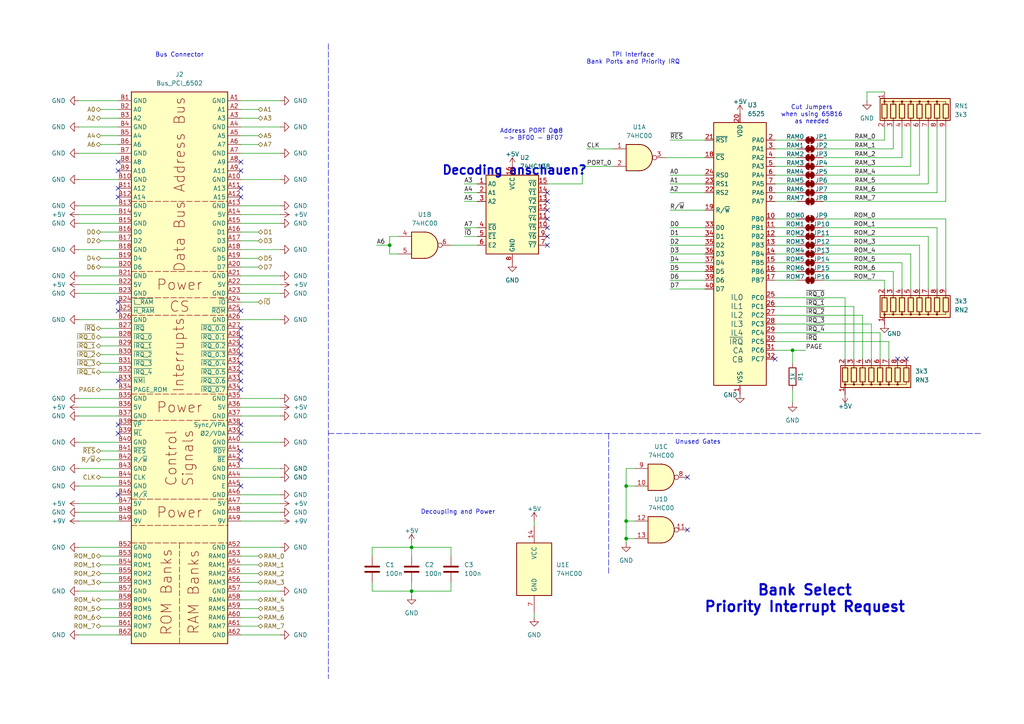
<source format=kicad_sch>
(kicad_sch (version 20231120) (generator "eeschema") (generator_version "8.0")
  (paper "A4")
  (title_block (title "S65xx Computer System") (date "2024-06-30") (rev "1.0") (company "Synthron"))
  (junction (at 119.38 171.45))
  (junction (at 181.61 140.97))
  (junction (at 113.03 71.12))
  (junction (at 181.61 151.13))
  (junction (at 229.87 101.6))
  (junction (at 119.38 158.75))
  (junction (at 181.61 156.21))
  (no_connect (at 34.29 54.61))
  (no_connect (at 34.29 87.63))
  (no_connect (at 224.79 104.14))
  (no_connect (at 34.29 57.15))
  (no_connect (at 34.29 90.17))
  (no_connect (at 158.75 60.96))
  (no_connect (at 69.85 102.87))
  (no_connect (at 69.85 90.17))
  (no_connect (at 69.85 123.19))
  (no_connect (at 69.85 125.73))
  (no_connect (at 69.85 130.81))
  (no_connect (at 69.85 97.79))
  (no_connect (at 69.85 46.99))
  (no_connect (at 34.29 110.49))
  (no_connect (at 34.29 143.51))
  (no_connect (at 158.75 66.04))
  (no_connect (at 158.75 55.88))
  (no_connect (at 69.85 113.03))
  (no_connect (at 199.39 138.43))
  (no_connect (at 69.85 54.61))
  (no_connect (at 69.85 107.95))
  (no_connect (at 69.85 100.33))
  (no_connect (at 34.29 49.53))
  (no_connect (at 260.35 104.14))
  (no_connect (at 69.85 105.41))
  (no_connect (at 158.75 58.42))
  (no_connect (at 69.85 110.49))
  (no_connect (at 69.85 140.97))
  (no_connect (at 69.85 133.35))
  (no_connect (at 158.75 71.12))
  (no_connect (at 34.29 46.99))
  (no_connect (at 262.89 104.14))
  (no_connect (at 34.29 125.73))
  (no_connect (at 34.29 123.19))
  (no_connect (at 69.85 49.53))
  (no_connect (at 69.85 57.15))
  (no_connect (at 158.75 63.5))
  (no_connect (at 199.39 153.67))
  (no_connect (at 158.75 68.58))
  (no_connect (at 69.85 95.25))
  (wire (pts (xy 181.61 151.13) (xy 184.15 151.13)))
  (wire (pts (xy 194.31 60.96) (xy 204.47 60.96)))
  (wire (pts (xy 81.28 118.11) (xy 69.85 118.11)))
  (wire (pts (xy 119.38 171.45) (xy 119.38 172.72)))
  (wire (pts (xy 81.28 29.21) (xy 69.85 29.21)))
  (wire (pts (xy 22.86 72.39) (xy 34.29 72.39)))
  (wire (pts (xy 264.16 83.82) (xy 264.16 73.66)))
  (wire (pts (xy 168.91 53.34) (xy 158.75 53.34)))
  (wire (pts (xy 29.21 133.35) (xy 34.29 133.35)))
  (wire (pts (xy 264.16 36.83) (xy 264.16 48.26)))
  (wire (pts (xy 224.79 93.98) (xy 252.73 93.98)))
  (wire (pts (xy 231.14 68.58) (xy 224.79 68.58)))
  (wire (pts (xy 29.21 179.07) (xy 34.29 179.07)))
  (wire (pts (xy 231.14 66.04) (xy 224.79 66.04)))
  (wire (pts (xy 269.24 83.82) (xy 269.24 68.58)))
  (wire (pts (xy 231.14 63.5) (xy 224.79 63.5)))
  (wire (pts (xy 231.14 55.88) (xy 224.79 55.88)))
  (wire (pts (xy 22.86 80.01) (xy 34.29 80.01)))
  (wire (pts (xy 231.14 73.66) (xy 224.79 73.66)))
  (wire (pts (xy 107.95 161.29) (xy 107.95 158.75)))
  (wire (pts (xy 168.91 53.34) (xy 168.91 48.26)))
  (wire (pts (xy 81.28 171.45) (xy 69.85 171.45)))
  (wire (pts (xy 29.21 69.85) (xy 34.29 69.85)))
  (wire (pts (xy 252.73 93.98) (xy 252.73 104.14)))
  (wire (pts (xy 238.76 48.26) (xy 264.16 48.26)))
  (wire (pts (xy 74.93 69.85) (xy 69.85 69.85)))
  (wire (pts (xy 113.03 68.58) (xy 115.57 68.58)))
  (wire (pts (xy 119.38 171.45) (xy 130.81 171.45)))
  (wire (pts (xy 181.61 156.21) (xy 184.15 156.21)))
  (wire (pts (xy 74.93 161.29) (xy 69.85 161.29)))
  (wire (pts (xy 257.81 99.06) (xy 257.81 104.14)))
  (wire (pts (xy 170.18 43.18) (xy 177.8 43.18)))
  (wire (pts (xy 22.86 62.23) (xy 34.29 62.23)))
  (wire (pts (xy 266.7 36.83) (xy 266.7 50.8)))
  (wire (pts (xy 29.21 176.53) (xy 34.29 176.53)))
  (wire (pts (xy 29.21 113.03) (xy 34.29 113.03)))
  (wire (pts (xy 261.62 36.83) (xy 261.62 45.72)))
  (wire (pts (xy 224.79 96.52) (xy 255.27 96.52)))
  (wire (pts (xy 181.61 140.97) (xy 184.15 140.97)))
  (wire (pts (xy 231.14 78.74) (xy 224.79 78.74)))
  (wire (pts (xy 74.93 74.93) (xy 69.85 74.93)))
  (wire (pts (xy 194.31 55.88) (xy 204.47 55.88)))
  (wire (pts (xy 29.21 161.29) (xy 34.29 161.29)))
  (wire (pts (xy 177.8 48.26) (xy 168.91 48.26)))
  (wire (pts (xy 29.21 130.81) (xy 34.29 130.81)))
  (wire (pts (xy 229.87 101.6) (xy 224.79 101.6)))
  (wire (pts (xy 238.76 81.28) (xy 256.54 81.28)))
  (wire (pts (xy 266.7 83.82) (xy 266.7 71.12)))
  (wire (pts (xy 238.76 63.5) (xy 274.32 63.5)))
  (wire (pts (xy 107.95 171.45) (xy 119.38 171.45)))
  (wire (pts (xy 22.86 171.45) (xy 34.29 171.45)))
  (wire (pts (xy 74.93 77.47) (xy 69.85 77.47)))
  (wire (pts (xy 81.28 143.51) (xy 69.85 143.51)))
  (wire (pts (xy 29.21 39.37) (xy 34.29 39.37)))
  (wire (pts (xy 107.95 168.91) (xy 107.95 171.45)))
  (wire (pts (xy 238.76 66.04) (xy 271.78 66.04)))
  (wire (pts (xy 130.81 158.75) (xy 119.38 158.75)))
  (wire (pts (xy 81.28 44.45) (xy 69.85 44.45)))
  (wire (pts (xy 29.21 138.43) (xy 34.29 138.43)))
  (wire (pts (xy 271.78 36.83) (xy 271.78 55.88)))
  (wire (pts (xy 194.31 71.12) (xy 204.47 71.12)))
  (wire (pts (xy 255.27 96.52) (xy 255.27 104.14)))
  (wire (pts (xy 29.21 173.99) (xy 34.29 173.99)))
  (wire (pts (xy 74.93 173.99) (xy 69.85 173.99)))
  (wire (pts (xy 194.31 78.74) (xy 204.47 78.74)))
  (wire (pts (xy 119.38 157.48) (xy 119.38 158.75)))
  (wire (pts (xy 229.87 113.03) (xy 229.87 116.84)))
  (wire (pts (xy 251.46 29.21) (xy 251.46 26.67)))
  (wire (pts (xy 231.14 58.42) (xy 224.79 58.42)))
  (wire (pts (xy 238.76 76.2) (xy 261.62 76.2)))
  (wire (pts (xy 81.28 115.57) (xy 69.85 115.57)))
  (wire (pts (xy 194.31 73.66) (xy 204.47 73.66)))
  (wire (pts (xy 29.21 102.87) (xy 34.29 102.87)))
  (wire (pts (xy 81.28 120.65) (xy 69.85 120.65)))
  (wire (pts (xy 81.28 184.15) (xy 69.85 184.15)))
  (wire (pts (xy 130.81 161.29) (xy 130.81 158.75)))
  (wire (pts (xy 181.61 156.21) (xy 181.61 151.13)))
  (wire (pts (xy 261.62 83.82) (xy 261.62 76.2)))
  (wire (pts (xy 154.94 151.13) (xy 154.94 152.4)))
  (wire (pts (xy 81.28 52.07) (xy 69.85 52.07)))
  (wire (pts (xy 81.28 36.83) (xy 69.85 36.83)))
  (wire (pts (xy 29.21 107.95) (xy 34.29 107.95)))
  (wire (pts (xy 22.86 82.55) (xy 34.29 82.55)))
  (wire (pts (xy 22.86 184.15) (xy 34.29 184.15)))
  (wire (pts (xy 107.95 158.75) (xy 119.38 158.75)))
  (wire (pts (xy 115.57 73.66) (xy 113.03 73.66)))
  (wire (pts (xy 194.31 50.8) (xy 204.47 50.8)))
  (wire (pts (xy 74.93 31.75) (xy 69.85 31.75)))
  (wire (pts (xy 22.86 44.45) (xy 34.29 44.45)))
  (wire (pts (xy 29.21 41.91) (xy 34.29 41.91)))
  (polyline (pts (xy 95.25 125.73) (xy 284.48 125.73)) (stroke (width 0) (type dash)))
  (wire (pts (xy 74.93 87.63) (xy 69.85 87.63)))
  (wire (pts (xy 22.86 85.09) (xy 34.29 85.09)))
  (wire (pts (xy 29.21 67.31) (xy 34.29 67.31)))
  (wire (pts (xy 181.61 135.89) (xy 184.15 135.89)))
  (polyline (pts (xy 95.25 12.7) (xy 95.25 196.85)) (stroke (width 0) (type dash)))
  (wire (pts (xy 81.28 158.75) (xy 69.85 158.75)))
  (wire (pts (xy 134.62 53.34) (xy 138.43 53.34)))
  (wire (pts (xy 238.76 71.12) (xy 266.7 71.12)))
  (wire (pts (xy 22.86 36.83) (xy 34.29 36.83)))
  (wire (pts (xy 231.14 40.64) (xy 224.79 40.64)))
  (wire (pts (xy 29.21 163.83) (xy 34.29 163.83)))
  (wire (pts (xy 194.31 66.04) (xy 204.47 66.04)))
  (wire (pts (xy 231.14 48.26) (xy 224.79 48.26)))
  (wire (pts (xy 81.28 135.89) (xy 69.85 135.89)))
  (wire (pts (xy 269.24 36.83) (xy 269.24 53.34)))
  (wire (pts (xy 245.11 86.36) (xy 245.11 104.14)))
  (wire (pts (xy 81.28 72.39) (xy 69.85 72.39)))
  (wire (pts (xy 113.03 71.12) (xy 113.03 68.58)))
  (wire (pts (xy 74.93 179.07) (xy 69.85 179.07)))
  (wire (pts (xy 81.28 146.05) (xy 69.85 146.05)))
  (wire (pts (xy 81.28 138.43) (xy 69.85 138.43)))
  (wire (pts (xy 29.21 74.93) (xy 34.29 74.93)))
  (wire (pts (xy 22.86 128.27) (xy 34.29 128.27)))
  (wire (pts (xy 134.62 58.42) (xy 138.43 58.42)))
  (wire (pts (xy 22.86 158.75) (xy 34.29 158.75)))
  (wire (pts (xy 119.38 158.75) (xy 119.38 161.29)))
  (wire (pts (xy 29.21 31.75) (xy 34.29 31.75)))
  (wire (pts (xy 81.28 82.55) (xy 69.85 82.55)))
  (wire (pts (xy 224.79 88.9) (xy 247.65 88.9)))
  (wire (pts (xy 247.65 88.9) (xy 247.65 104.14)))
  (wire (pts (xy 231.14 50.8) (xy 224.79 50.8)))
  (wire (pts (xy 74.93 166.37) (xy 69.85 166.37)))
  (wire (pts (xy 81.28 85.09) (xy 69.85 85.09)))
  (wire (pts (xy 22.86 151.13) (xy 34.29 151.13)))
  (wire (pts (xy 238.76 53.34) (xy 269.24 53.34)))
  (wire (pts (xy 194.31 83.82) (xy 204.47 83.82)))
  (wire (pts (xy 250.19 91.44) (xy 250.19 104.14)))
  (wire (pts (xy 238.76 55.88) (xy 271.78 55.88)))
  (wire (pts (xy 238.76 78.74) (xy 259.08 78.74)))
  (wire (pts (xy 74.93 67.31) (xy 69.85 67.31)))
  (wire (pts (xy 81.28 128.27) (xy 69.85 128.27)))
  (wire (pts (xy 81.28 148.59) (xy 69.85 148.59)))
  (wire (pts (xy 74.93 181.61) (xy 69.85 181.61)))
  (wire (pts (xy 231.14 71.12) (xy 224.79 71.12)))
  (wire (pts (xy 259.08 36.83) (xy 259.08 43.18)))
  (wire (pts (xy 231.14 45.72) (xy 224.79 45.72)))
  (wire (pts (xy 22.86 140.97) (xy 34.29 140.97)))
  (wire (pts (xy 194.31 53.34) (xy 204.47 53.34)))
  (wire (pts (xy 22.86 146.05) (xy 34.29 146.05)))
  (wire (pts (xy 22.86 59.69) (xy 34.29 59.69)))
  (wire (pts (xy 109.22 71.12) (xy 113.03 71.12)))
  (wire (pts (xy 238.76 43.18) (xy 259.08 43.18)))
  (wire (pts (xy 74.93 168.91) (xy 69.85 168.91)))
  (wire (pts (xy 231.14 43.18) (xy 224.79 43.18)))
  (wire (pts (xy 134.62 66.04) (xy 138.43 66.04)))
  (wire (pts (xy 81.28 80.01) (xy 69.85 80.01)))
  (wire (pts (xy 29.21 105.41) (xy 34.29 105.41)))
  (wire (pts (xy 22.86 64.77) (xy 34.29 64.77)))
  (wire (pts (xy 181.61 151.13) (xy 181.61 140.97)))
  (wire (pts (xy 22.86 29.21) (xy 34.29 29.21)))
  (wire (pts (xy 231.14 81.28) (xy 224.79 81.28)))
  (wire (pts (xy 74.93 34.29) (xy 69.85 34.29)))
  (wire (pts (xy 22.86 92.71) (xy 34.29 92.71)))
  (wire (pts (xy 113.03 73.66) (xy 113.03 71.12)))
  (wire (pts (xy 231.14 76.2) (xy 224.79 76.2)))
  (wire (pts (xy 231.14 53.34) (xy 224.79 53.34)))
  (wire (pts (xy 224.79 86.36) (xy 245.11 86.36)))
  (wire (pts (xy 256.54 36.83) (xy 256.54 40.64)))
  (wire (pts (xy 29.21 166.37) (xy 34.29 166.37)))
  (wire (pts (xy 29.21 95.25) (xy 34.29 95.25)))
  (wire (pts (xy 238.76 68.58) (xy 269.24 68.58)))
  (wire (pts (xy 251.46 26.67) (xy 256.54 26.67)))
  (wire (pts (xy 238.76 50.8) (xy 266.7 50.8)))
  (wire (pts (xy 204.47 45.72) (xy 193.04 45.72)))
  (wire (pts (xy 29.21 181.61) (xy 34.29 181.61)))
  (wire (pts (xy 22.86 135.89) (xy 34.29 135.89)))
  (wire (pts (xy 194.31 81.28) (xy 204.47 81.28)))
  (wire (pts (xy 238.76 40.64) (xy 256.54 40.64)))
  (wire (pts (xy 74.93 163.83) (xy 69.85 163.83)))
  (wire (pts (xy 29.21 97.79) (xy 34.29 97.79)))
  (wire (pts (xy 229.87 105.41) (xy 229.87 101.6)))
  (wire (pts (xy 238.76 73.66) (xy 264.16 73.66)))
  (wire (pts (xy 274.32 36.83) (xy 274.32 58.42)))
  (wire (pts (xy 74.93 176.53) (xy 69.85 176.53)))
  (wire (pts (xy 154.94 177.8) (xy 154.94 179.07)))
  (wire (pts (xy 130.81 71.12) (xy 138.43 71.12)))
  (wire (pts (xy 274.32 63.5) (xy 274.32 83.82)))
  (wire (pts (xy 74.93 39.37) (xy 69.85 39.37)))
  (wire (pts (xy 81.28 64.77) (xy 69.85 64.77)))
  (wire (pts (xy 119.38 168.91) (xy 119.38 171.45)))
  (polyline (pts (xy 176.53 125.73) (xy 176.53 166.37)) (stroke (width 0) (type dash)))
  (wire (pts (xy 130.81 168.91) (xy 130.81 171.45)))
  (wire (pts (xy 229.87 101.6) (xy 233.68 101.6)))
  (wire (pts (xy 81.28 62.23) (xy 69.85 62.23)))
  (wire (pts (xy 181.61 157.48) (xy 181.61 156.21)))
  (wire (pts (xy 74.93 41.91) (xy 69.85 41.91)))
  (wire (pts (xy 181.61 140.97) (xy 181.61 135.89)))
  (wire (pts (xy 22.86 148.59) (xy 34.29 148.59)))
  (wire (pts (xy 29.21 100.33) (xy 34.29 100.33)))
  (wire (pts (xy 29.21 77.47) (xy 34.29 77.47)))
  (wire (pts (xy 259.08 83.82) (xy 259.08 78.74)))
  (wire (pts (xy 81.28 92.71) (xy 69.85 92.71)))
  (wire (pts (xy 22.86 115.57) (xy 34.29 115.57)))
  (wire (pts (xy 194.31 68.58) (xy 204.47 68.58)))
  (wire (pts (xy 256.54 83.82) (xy 256.54 81.28)))
  (wire (pts (xy 29.21 168.91) (xy 34.29 168.91)))
  (wire (pts (xy 134.62 55.88) (xy 138.43 55.88)))
  (wire (pts (xy 29.21 34.29) (xy 34.29 34.29)))
  (wire (pts (xy 22.86 120.65) (xy 34.29 120.65)))
  (wire (pts (xy 22.86 52.07) (xy 34.29 52.07)))
  (wire (pts (xy 238.76 58.42) (xy 274.32 58.42)))
  (wire (pts (xy 271.78 83.82) (xy 271.78 66.04)))
  (wire (pts (xy 238.76 45.72) (xy 261.62 45.72)))
  (wire (pts (xy 81.28 151.13) (xy 69.85 151.13)))
  (wire (pts (xy 194.31 76.2) (xy 204.47 76.2)))
  (wire (pts (xy 22.86 118.11) (xy 34.29 118.11)))
  (wire (pts (xy 81.28 59.69) (xy 69.85 59.69)))
  (wire (pts (xy 224.79 99.06) (xy 257.81 99.06)))
  (wire (pts (xy 224.79 91.44) (xy 250.19 91.44)))
  (wire (pts (xy 134.62 68.58) (xy 138.43 68.58)))
  (wire (pts (xy 194.31 40.64) (xy 204.47 40.64)))
  (text "Bus Connector" (at 52.07 16.002 0) (effects (font (size 1.27 1.27))))
  (text "Cut Jumpers\nwhen using 65816\nas needed" (at 235.458 33.274 0) (effects (font (size 1.27 1.27))))
  (text "Bank Select\nPriority Interrupt Request" (at 233.426 173.736 0) (effects (font (size 3 3) (thickness 0.6) (bold yes))))
  (text "TPI Interface\nBank Ports and Priority IRQ" (at 183.642 17.018 0) (effects (font (size 1.27 1.27))))
  (text "Decoding anschauen?" (at 149.225 49.53 0) (effects (font (size 2.54 2.54) (thickness 0.508) (bold yes))))
  (text "Decoupling and Power" (at 132.842 148.59 0) (effects (font (size 1.27 1.27))))
  (text "Unused Gates" (at 202.438 128.27 0) (effects (font (size 1.27 1.27))))
  (text "Address PORT 0@8\n-> BF00 - BF07" (at 163.322 39.116 0) (effects (font (size 1.27 1.27)) (justify right)))
  (text "IL0\nIL1\nIL2\nIL3\nIL4\n~{IRQ}\nCA\nCB" (at 215.646 95.504 0) (effects (font (size 1.6 1.6)) (justify right)))
  (label "~{IO}" (at 134.62 68.58 0))
  (label "RAM_5" (at 254 53.34 180))
  (label "A0" (at 194.31 50.8 0))
  (label "RAM_2" (at 254 45.72 180))
  (label "ROM_0" (at 254 63.5 180))
  (label "PORT_0" (at 170.18 48.26 0))
  (label "RAM_7" (at 254 58.42 180))
  (label "RAM_0" (at 254 40.64 180))
  (label "~{IRQ_4}" (at 233.68 96.52 0))
  (label "R{slash}~{W}" (at 194.31 60.96 0))
  (label "A3" (at 134.62 53.34 0))
  (label "ROM_6" (at 254 78.74 180))
  (label "PAGE" (at 233.68 101.6 0))
  (label "~{IRQ_3}" (at 233.68 93.98 0))
  (label "A7" (at 134.62 66.04 0))
  (label "A4" (at 134.62 55.88 0))
  (label "D3" (at 194.31 73.66 0))
  (label "ROM_4" (at 254 73.66 180))
  (label "~{IRQ}" (at 233.68 99.06 0))
  (label "D6" (at 194.31 81.28 0))
  (label "~{IRQ_2}" (at 233.68 91.44 0))
  (label "A6" (at 109.22 71.12 0))
  (label "D0" (at 194.31 66.04 0))
  (label "D2" (at 194.31 71.12 0))
  (label "ROM_1" (at 254 66.04 180))
  (label "~{IRQ_1}" (at 233.68 88.9 0))
  (label "D4" (at 194.31 76.2 0))
  (label "D7" (at 194.31 83.82 0))
  (label "ROM_3" (at 254 71.12 180))
  (label "CLK" (at 170.18 43.18 0))
  (label "RAM_1" (at 254 43.18 180))
  (label "ROM_2" (at 254 68.58 180))
  (label "RAM_6" (at 254 55.88 180))
  (label "RAM_3" (at 254 48.26 180))
  (label "~{RES}" (at 194.31 40.64 0))
  (label "~{IRQ_0}" (at 233.68 86.36 0))
  (label "A2" (at 194.31 55.88 0))
  (label "D1" (at 194.31 68.58 0))
  (label "RAM_4" (at 254 50.8 180))
  (label "D5" (at 194.31 78.74 0))
  (label "ROM_5" (at 254 76.2 180))
  (label "ROM_7" (at 254 81.28 180))
  (label "A1" (at 194.31 53.34 0))
  (label "A5" (at 134.62 58.42 0))
  (hierarchical_label "D5" (shape bidirectional) (at 74.93 74.93 0))
  (hierarchical_label "~{IRQ_4}" (shape bidirectional) (at 29.21 107.95 180))
  (hierarchical_label "A5" (shape bidirectional) (at 74.93 39.37 0))
  (hierarchical_label "ROM_6" (shape bidirectional) (at 29.21 179.07 180))
  (hierarchical_label "RAM_2" (shape bidirectional) (at 74.93 166.37 0))
  (hierarchical_label "ROM_1" (shape bidirectional) (at 29.21 163.83 180))
  (hierarchical_label "PAGE" (shape bidirectional) (at 29.21 113.03 180))
  (hierarchical_label "A2" (shape bidirectional) (at 29.21 34.29 180))
  (hierarchical_label "ROM_2" (shape bidirectional) (at 29.21 166.37 180))
  (hierarchical_label "D3" (shape bidirectional) (at 74.93 69.85 0))
  (hierarchical_label "D2" (shape bidirectional) (at 29.21 69.85 180))
  (hierarchical_label "~{IRQ_3}" (shape bidirectional) (at 29.21 105.41 180))
  (hierarchical_label "RAM_5" (shape bidirectional) (at 74.93 176.53 0))
  (hierarchical_label "D4" (shape bidirectional) (at 29.21 74.93 180))
  (hierarchical_label "ROM_7" (shape bidirectional) (at 29.21 181.61 180))
  (hierarchical_label "RAM_4" (shape bidirectional) (at 74.93 173.99 0))
  (hierarchical_label "~{IRQ_0}" (shape bidirectional) (at 29.21 97.79 180))
  (hierarchical_label "~{IRQ}" (shape bidirectional) (at 29.21 95.25 180))
  (hierarchical_label "~{IRQ_1}" (shape bidirectional) (at 29.21 100.33 180))
  (hierarchical_label "RAM_7" (shape bidirectional) (at 74.93 181.61 0))
  (hierarchical_label "~{RES}" (shape bidirectional) (at 29.21 130.81 180))
  (hierarchical_label "ROM_5" (shape bidirectional) (at 29.21 176.53 180))
  (hierarchical_label "A1" (shape bidirectional) (at 74.93 31.75 0))
  (hierarchical_label "RAM_3" (shape bidirectional) (at 74.93 168.91 0))
  (hierarchical_label "~{IRQ_2}" (shape bidirectional) (at 29.21 102.87 180))
  (hierarchical_label "A4" (shape bidirectional) (at 29.21 39.37 180))
  (hierarchical_label "A0" (shape bidirectional) (at 29.21 31.75 180))
  (hierarchical_label "A7" (shape bidirectional) (at 74.93 41.91 0))
  (hierarchical_label "D0" (shape bidirectional) (at 29.21 67.31 180))
  (hierarchical_label "CLK" (shape bidirectional) (at 29.21 138.43 180))
  (hierarchical_label "A3" (shape bidirectional) (at 74.93 34.29 0))
  (hierarchical_label "D6" (shape bidirectional) (at 29.21 77.47 180))
  (hierarchical_label "RAM_0" (shape bidirectional) (at 74.93 161.29 0))
  (hierarchical_label "D1" (shape bidirectional) (at 74.93 67.31 0))
  (hierarchical_label "R{slash}~{W}" (shape bidirectional) (at 29.21 133.35 180))
  (hierarchical_label "D7" (shape bidirectional) (at 74.93 77.47 0))
  (hierarchical_label "ROM_4" (shape bidirectional) (at 29.21 173.99 180))
  (hierarchical_label "ROM_0" (shape bidirectional) (at 29.21 161.29 180))
  (hierarchical_label "A6" (shape bidirectional) (at 29.21 41.91 180))
  (hierarchical_label "ROM_3" (shape bidirectional) (at 29.21 168.91 180))
  (hierarchical_label "RAM_1" (shape bidirectional) (at 74.93 163.83 0))
  (hierarchical_label "~{IO}" (shape bidirectional) (at 74.93 87.63 0))
  (hierarchical_label "RAM_6" (shape bidirectional) (at 74.93 179.07 0))
  (symbol (lib_id "74xx:74HC00") (at 191.77 153.67 0) (unit 4)
    (property "Reference" "U1" (at 191.7617 144.78 0))
    (property "Value" "74HC00" (at 191.7617 147.32 0))
    (property "Footprint" "Package_DIP:DIP-14_W7.62mm_LongPads" (effects (hide yes)))
    (property "Datasheet" "http://www.ti.com/lit/gpn/sn74hc00" (effects (hide yes)))
    (property "Description" "quad 2-input NAND gate" (effects (hide yes)))
  )
  (symbol (lib_id "power:GND") (at 22.86 64.77 270) (unit 1)
    (property "Reference" "#PWR016" (effects (hide yes)))
    (property "Value" "GND" (at 19.05 64.7699 90) (effects (justify right)))
    (property "Description" "Power symbol creates a global label with name \"GND\" , ground" (effects (hide yes)))
  )
  (symbol (lib_id "power:GND") (at 81.28 29.21 90) (mirror x) (unit 1)
    (property "Reference" "#PWR02" (effects (hide yes)))
    (property "Value" "GND" (at 85.09 29.2099 90) (effects (justify right)))
    (property "Description" "Power symbol creates a global label with name \"GND\" , ground" (effects (hide yes)))
  )
  (symbol (lib_id "power:GND") (at 81.28 171.45 90) (unit 1)
    (property "Reference" "#PWR060" (effects (hide yes)))
    (property "Value" "GND" (at 85.09 171.4501 90) (effects (justify right)))
    (property "Description" "Power symbol creates a global label with name \"GND\" , ground" (effects (hide yes)))
  )
  (symbol (lib_id "power:+5V") (at 148.59 48.26 0) (unit 1)
    (property "Reference" "#PWR09" (effects (hide yes)))
    (property "Value" "+5V" (at 148.59 44.704 0))
    (property "Description" "Power symbol creates a global label with name \"+5V\"" (effects (hide yes)))
  )
  (symbol (lib_id "power:GND") (at 81.28 85.09 90) (mirror x) (unit 1)
    (property "Reference" "#PWR026" (effects (hide yes)))
    (property "Value" "GND" (at 85.09 85.0899 90) (effects (justify right)))
    (property "Description" "Power symbol creates a global label with name \"GND\" , ground" (effects (hide yes)))
  )
  (symbol (lib_id "74xx:74HC00") (at 154.94 165.1 0) (unit 5)
    (property "Reference" "U1" (at 161.29 163.8299 0) (effects (justify left)))
    (property "Value" "74HC00" (at 161.29 166.3699 0) (effects (justify left)))
    (property "Footprint" "Package_DIP:DIP-14_W7.62mm_LongPads" (effects (hide yes)))
    (property "Datasheet" "http://www.ti.com/lit/gpn/sn74hc00" (effects (hide yes)))
    (property "Description" "quad 2-input NAND gate" (effects (hide yes)))
  )
  (symbol (lib_id "power:GND") (at 22.86 85.09 270) (unit 1)
    (property "Reference" "#PWR025" (effects (hide yes)))
    (property "Value" "GND" (at 19.05 85.0899 90) (effects (justify right)))
    (property "Description" "Power symbol creates a global label with name \"GND\" , ground" (effects (hide yes)))
  )
  (symbol (lib_id "power:GND") (at 22.86 140.97 270) (unit 1)
    (property "Reference" "#PWR045" (effects (hide yes)))
    (property "Value" "GND" (at 19.05 140.9699 90) (effects (justify right)))
    (property "Description" "Power symbol creates a global label with name \"GND\" , ground" (effects (hide yes)))
  )
  (symbol (lib_id "Device:C") (at 107.95 165.1 0) (unit 1)
    (property "Reference" "C1" (at 111.76 163.8299 0) (effects (justify left)))
    (property "Value" "100n" (at 111.76 166.3699 0) (effects (justify left)))
    (property "Footprint" "Capacitor_SMD:C_0805_2012Metric" (effects (hide yes)))
    (property "Description" "Unpolarized capacitor" (effects (hide yes)))
  )
  (symbol (lib_id "power:+5V") (at 245.11 114.3 0) (mirror x) (unit 1)
    (property "Reference" "#PWR033" (effects (hide yes)))
    (property "Value" "+5V" (at 245.11 117.856 0))
    (property "Description" "Power symbol creates a global label with name \"+5V\"" (effects (hide yes)))
  )
  (symbol (lib_id "power:GND") (at 229.87 116.84 0) (mirror y) (unit 1)
    (property "Reference" "#PWR036" (effects (hide yes)))
    (property "Value" "GND" (at 229.87 121.92 0))
    (property "Description" "Power symbol creates a global label with name \"GND\" , ground" (effects (hide yes)))
  )
  (symbol (lib_id "power:GND") (at 22.86 80.01 270) (unit 1)
    (property "Reference" "#PWR021" (effects (hide yes)))
    (property "Value" "GND" (at 19.05 80.0099 90) (effects (justify right)))
    (property "Description" "Power symbol creates a global label with name \"GND\" , ground" (effects (hide yes)))
  )
  (symbol (lib_id "power:GND") (at 154.94 179.07 0) (unit 1)
    (property "Reference" "#PWR057" (effects (hide yes)))
    (property "Value" "GND" (at 154.94 184.15 0))
    (property "Description" "Power symbol creates a global label with name \"GND\" , ground" (effects (hide yes)))
  )
  (symbol (lib_id "power:GND") (at 22.86 92.71 270) (unit 1)
    (property "Reference" "#PWR027" (effects (hide yes)))
    (property "Value" "GND" (at 19.05 92.7099 90) (effects (justify right)))
    (property "Description" "Power symbol creates a global label with name \"GND\" , ground" (effects (hide yes)))
  )
  (symbol (lib_id "power:GND") (at 214.63 114.3 0) (mirror y) (unit 1)
    (property "Reference" "#PWR032" (effects (hide yes)))
    (property "Value" "GND" (at 211.836 114.554 0))
    (property "Description" "Power symbol creates a global label with name \"GND\" , ground" (effects (hide yes)))
  )
  (symbol (lib_id "6502:6525") (at 214.63 73.66 0) (unit 1)
    (property "Reference" "U3" (at 216.8241 30.48 0) (effects (justify left)))
    (property "Value" "6525" (at 216.8241 33.02 0) (effects (justify left)))
    (property "Footprint" "Package_DIP:DIP-40_W15.24mm" (effects (hide yes)))
    (property "Datasheet" "http://www.6502.org/documents/datasheets/mos/mos_6525_tpi_preliminary.pdf" (effects (hide yes)))
    (property "Description" "NMOS Tri-Port Interface (TPI), 24-pin I/O, DIP-40" (effects (hide yes)))
  )
  (symbol (lib_id "power:GND") (at 81.28 135.89 90) (mirror x) (unit 1)
    (property "Reference" "#PWR043" (effects (hide yes)))
    (property "Value" "GND" (at 85.09 135.8899 90) (effects (justify right)))
    (property "Description" "Power symbol creates a global label with name \"GND\" , ground" (effects (hide yes)))
  )
  (symbol (lib_id "power:+9V") (at 22.86 151.13 90) (unit 1)
    (property "Reference" "#PWR052" (effects (hide yes)))
    (property "Value" "+9V" (at 19.05 151.1299 90) (effects (justify left)))
    (property "Description" "Power symbol creates a global label with name \"+9V\"" (effects (hide yes)))
  )
  (symbol (lib_id "Jumper:SolderJumper_2_Bridged") (at 234.95 50.8 0) (unit 1) (exclude_from_sim yes) (in_bom no)
    (property "Reference" "JP5" (at 238.252 49.784 0))
    (property "Value" "RAM4" (at 230.632 49.784 0))
    (property "Footprint" "Jumper:SolderJumper-2_P1.3mm_Bridged_RoundedPad1.0x1.5mm" (effects (hide yes)))
    (property "Description" "Solder Jumper, 2-pole, closed/bridged" (effects (hide yes)))
  )
  (symbol (lib_id "power:GND") (at 22.86 171.45 270) (unit 1)
    (property "Reference" "#PWR059" (effects (hide yes)))
    (property "Value" "GND" (at 19.05 171.4499 90) (effects (justify right)))
    (property "Description" "Power symbol creates a global label with name \"GND\" , ground" (effects (hide yes)))
  )
  (symbol (lib_id "Jumper:SolderJumper_2_Bridged") (at 234.95 76.2 0) (unit 1) (exclude_from_sim yes) (in_bom no)
    (property "Reference" "JP14" (at 238.252 75.184 0))
    (property "Value" "ROM5" (at 230.632 75.184 0))
    (property "Footprint" "Jumper:SolderJumper-2_P1.3mm_Bridged_RoundedPad1.0x1.5mm" (effects (hide yes)))
    (property "Description" "Solder Jumper, 2-pole, closed/bridged" (effects (hide yes)))
  )
  (symbol (lib_id "power:GND") (at 22.86 135.89 270) (unit 1)
    (property "Reference" "#PWR042" (effects (hide yes)))
    (property "Value" "GND" (at 19.05 135.8899 90) (effects (justify right)))
    (property "Description" "Power symbol creates a global label with name \"GND\" , ground" (effects (hide yes)))
  )
  (symbol (lib_id "Device:R_Network08") (at 266.7 88.9 0) (mirror x) (unit 1)
    (property "Reference" "RN2" (at 276.86 89.9161 0) (effects (justify left)))
    (property "Value" "3k3" (at 276.86 87.3761 0) (effects (justify left)))
    (property "Footprint" "Resistor_THT:R_Array_SIP9" (effects (hide yes)))
    (property "Datasheet" "http://www.vishay.com/docs/31509/csc.pdf" (effects (hide yes)))
    (property "Description" "8 resistor network, star topology, bussed resistors, small symbol" (effects (hide yes)))
  )
  (symbol (lib_id "power:GND") (at 22.86 29.21 270) (unit 1)
    (property "Reference" "#PWR01" (effects (hide yes)))
    (property "Value" "GND" (at 19.05 29.2099 90) (effects (justify right)))
    (property "Description" "Power symbol creates a global label with name \"GND\" , ground" (effects (hide yes)))
  )
  (symbol (lib_id "power:GND") (at 81.28 128.27 90) (mirror x) (unit 1)
    (property "Reference" "#PWR040" (effects (hide yes)))
    (property "Value" "GND" (at 85.09 128.2699 90) (effects (justify right)))
    (property "Description" "Power symbol creates a global label with name \"GND\" , ground" (effects (hide yes)))
  )
  (symbol (lib_id "Jumper:SolderJumper_2_Bridged") (at 234.95 68.58 0) (unit 1) (exclude_from_sim yes) (in_bom no)
    (property "Reference" "JP11" (at 238.252 67.564 0))
    (property "Value" "ROM2" (at 230.632 67.564 0))
    (property "Footprint" "Jumper:SolderJumper-2_P1.3mm_Bridged_RoundedPad1.0x1.5mm" (effects (hide yes)))
    (property "Description" "Solder Jumper, 2-pole, closed/bridged" (effects (hide yes)))
  )
  (symbol (lib_id "power:GND") (at 81.28 158.75 90) (unit 1)
    (property "Reference" "#PWR056" (effects (hide yes)))
    (property "Value" "GND" (at 85.09 158.7501 90) (effects (justify right)))
    (property "Description" "Power symbol creates a global label with name \"GND\" , ground" (effects (hide yes)))
  )
  (symbol (lib_id "Jumper:SolderJumper_2_Bridged") (at 234.95 45.72 0) (unit 1) (exclude_from_sim yes) (in_bom no)
    (property "Reference" "JP3" (at 238.252 44.704 0))
    (property "Value" "RAM2" (at 230.632 44.704 0))
    (property "Footprint" "Jumper:SolderJumper-2_P1.3mm_Bridged_RoundedPad1.0x1.5mm" (effects (hide yes)))
    (property "Description" "Solder Jumper, 2-pole, closed/bridged" (effects (hide yes)))
  )
  (symbol (lib_id "Jumper:SolderJumper_2_Bridged") (at 234.95 73.66 0) (unit 1) (exclude_from_sim yes) (in_bom no)
    (property "Reference" "JP13" (at 238.252 72.644 0))
    (property "Value" "ROM4" (at 230.632 72.644 0))
    (property "Footprint" "Jumper:SolderJumper-2_P1.3mm_Bridged_RoundedPad1.0x1.5mm" (effects (hide yes)))
    (property "Description" "Solder Jumper, 2-pole, closed/bridged" (effects (hide yes)))
  )
  (symbol (lib_id "Jumper:SolderJumper_2_Bridged") (at 234.95 81.28 0) (unit 1) (exclude_from_sim yes) (in_bom no)
    (property "Reference" "JP16" (at 238.252 80.264 0))
    (property "Value" "ROM7" (at 230.632 80.264 0))
    (property "Footprint" "Jumper:SolderJumper-2_P1.3mm_Bridged_RoundedPad1.0x1.5mm" (effects (hide yes)))
    (property "Description" "Solder Jumper, 2-pole, closed/bridged" (effects (hide yes)))
  )
  (symbol (lib_id "74xx:74HC138") (at 148.59 63.5 0) (unit 1)
    (property "Reference" "U2" (at 150.7841 45.72 0) (effects (justify left)))
    (property "Value" "74HC138" (at 150.7841 48.26 0) (effects (justify left)))
    (property "Footprint" "Package_DIP:DIP-16_W7.62mm_LongPads" (effects (hide yes)))
    (property "Datasheet" "http://www.ti.com/lit/ds/symlink/cd74hc238.pdf" (effects (hide yes)))
    (property "Description" "3-to-8 line decoder/multiplexer inverting, DIP-16/SOIC-16/SSOP-16" (effects (hide yes)))
  )
  (symbol (lib_id "power:GND") (at 22.86 44.45 270) (unit 1)
    (property "Reference" "#PWR07" (effects (hide yes)))
    (property "Value" "GND" (at 19.05 44.4499 90) (effects (justify right)))
    (property "Description" "Power symbol creates a global label with name \"GND\" , ground" (effects (hide yes)))
  )
  (symbol (lib_id "power:GND") (at 81.28 120.65 90) (mirror x) (unit 1)
    (property "Reference" "#PWR038" (effects (hide yes)))
    (property "Value" "GND" (at 85.09 120.6499 90) (effects (justify right)))
    (property "Description" "Power symbol creates a global label with name \"GND\" , ground" (effects (hide yes)))
  )
  (symbol (lib_id "power:GND") (at 256.54 93.98 0) (mirror y) (unit 1)
    (property "Reference" "#PWR029" (effects (hide yes)))
    (property "Value" "GND" (at 259.334 96.774 0))
    (property "Description" "Power symbol creates a global label with name \"GND\" , ground" (effects (hide yes)))
  )
  (symbol (lib_id "power:GND") (at 22.86 72.39 270) (unit 1)
    (property "Reference" "#PWR018" (effects (hide yes)))
    (property "Value" "GND" (at 19.05 72.3899 90) (effects (justify right)))
    (property "Description" "Power symbol creates a global label with name \"GND\" , ground" (effects (hide yes)))
  )
  (symbol (lib_id "power:GND") (at 22.86 184.15 270) (unit 1)
    (property "Reference" "#PWR061" (effects (hide yes)))
    (property "Value" "GND" (at 19.05 184.1499 90) (effects (justify right)))
    (property "Description" "Power symbol creates a global label with name \"GND\" , ground" (effects (hide yes)))
  )
  (symbol (lib_id "power:+5V") (at 22.86 62.23 90) (unit 1)
    (property "Reference" "#PWR014" (effects (hide yes)))
    (property "Value" "+5V" (at 19.05 62.2299 90) (effects (justify left)))
    (property "Description" "Power symbol creates a global label with name \"+5V\"" (effects (hide yes)))
  )
  (symbol (lib_id "power:+5V") (at 22.86 82.55 90) (unit 1)
    (property "Reference" "#PWR023" (effects (hide yes)))
    (property "Value" "+5V" (at 19.05 82.5499 90) (effects (justify left)))
    (property "Description" "Power symbol creates a global label with name \"+5V\"" (effects (hide yes)))
  )
  (symbol (lib_id "power:GND") (at 81.28 64.77 90) (mirror x) (unit 1)
    (property "Reference" "#PWR017" (effects (hide yes)))
    (property "Value" "GND" (at 85.09 64.7699 90) (effects (justify right)))
    (property "Description" "Power symbol creates a global label with name \"GND\" , ground" (effects (hide yes)))
  )
  (symbol (lib_id "Jumper:SolderJumper_2_Bridged") (at 234.95 63.5 0) (unit 1) (exclude_from_sim yes) (in_bom no)
    (property "Reference" "JP9" (at 238.252 62.484 0))
    (property "Value" "ROM0" (at 230.632 62.484 0))
    (property "Footprint" "Jumper:SolderJumper-2_P1.3mm_Bridged_RoundedPad1.0x1.5mm" (effects (hide yes)))
    (property "Description" "Solder Jumper, 2-pole, closed/bridged" (effects (hide yes)))
  )
  (symbol (lib_id "power:GND") (at 119.38 172.72 0) (unit 1)
    (property "Reference" "#PWR054" (effects (hide yes)))
    (property "Value" "GND" (at 119.38 177.8 0))
    (property "Description" "Power symbol creates a global label with name \"GND\" , ground" (effects (hide yes)))
  )
  (symbol (lib_id "power:GND") (at 81.28 92.71 90) (mirror x) (unit 1)
    (property "Reference" "#PWR028" (effects (hide yes)))
    (property "Value" "GND" (at 85.09 92.7099 90) (effects (justify right)))
    (property "Description" "Power symbol creates a global label with name \"GND\" , ground" (effects (hide yes)))
  )
  (symbol (lib_id "power:GND") (at 251.46 29.21 0) (unit 1)
    (property "Reference" "#PWR03" (effects (hide yes)))
    (property "Value" "GND" (at 251.46 34.29 0))
    (property "Description" "Power symbol creates a global label with name \"GND\" , ground" (effects (hide yes)))
  )
  (symbol (lib_id "power:GND") (at 81.28 184.15 90) (unit 1)
    (property "Reference" "#PWR062" (effects (hide yes)))
    (property "Value" "GND" (at 85.09 184.1501 90) (effects (justify right)))
    (property "Description" "Power symbol creates a global label with name \"GND\" , ground" (effects (hide yes)))
  )
  (symbol (lib_id "power:+5V") (at 81.28 82.55 270) (mirror x) (unit 1)
    (property "Reference" "#PWR024" (effects (hide yes)))
    (property "Value" "+5V" (at 85.09 82.5499 90) (effects (justify left)))
    (property "Description" "Power symbol creates a global label with name \"+5V\"" (effects (hide yes)))
  )
  (symbol (lib_id "Device:C") (at 119.38 165.1 0) (unit 1)
    (property "Reference" "C2" (at 123.19 163.8299 0) (effects (justify left)))
    (property "Value" "100n" (at 123.19 166.3699 0) (effects (justify left)))
    (property "Footprint" "Capacitor_SMD:C_0805_2012Metric" (effects (hide yes)))
    (property "Description" "Unpolarized capacitor" (effects (hide yes)))
  )
  (symbol (lib_id "power:+5V") (at 22.86 118.11 90) (unit 1)
    (property "Reference" "#PWR034" (effects (hide yes)))
    (property "Value" "+5V" (at 19.05 118.1099 90) (effects (justify left)))
    (property "Description" "Power symbol creates a global label with name \"+5V\"" (effects (hide yes)))
  )
  (symbol (lib_id "Jumper:SolderJumper_2_Bridged") (at 234.95 43.18 0) (unit 1) (exclude_from_sim yes) (in_bom no)
    (property "Reference" "JP2" (at 238.252 42.164 0))
    (property "Value" "RAM1" (at 230.632 42.164 0))
    (property "Footprint" "Jumper:SolderJumper-2_P1.3mm_Bridged_RoundedPad1.0x1.5mm" (effects (hide yes)))
    (property "Description" "Solder Jumper, 2-pole, closed/bridged" (effects (hide yes)))
  )
  (symbol (lib_id "power:GND") (at 22.86 36.83 270) (unit 1)
    (property "Reference" "#PWR05" (effects (hide yes)))
    (property "Value" "GND" (at 19.05 36.8299 90) (effects (justify right)))
    (property "Description" "Power symbol creates a global label with name \"GND\" , ground" (effects (hide yes)))
  )
  (symbol (lib_id "74xx:74HC00") (at 123.19 71.12 0) (unit 2)
    (property "Reference" "U1" (at 123.1817 62.23 0))
    (property "Value" "74HC00" (at 123.1817 64.77 0))
    (property "Footprint" "Package_DIP:DIP-14_W7.62mm_LongPads" (effects (hide yes)))
    (property "Datasheet" "http://www.ti.com/lit/gpn/sn74hc00" (effects (hide yes)))
    (property "Description" "quad 2-input NAND gate" (effects (hide yes)))
  )
  (symbol (lib_id "power:GND") (at 81.28 59.69 90) (mirror x) (unit 1)
    (property "Reference" "#PWR013" (effects (hide yes)))
    (property "Value" "GND" (at 85.09 59.6899 90) (effects (justify right)))
    (property "Description" "Power symbol creates a global label with name \"GND\" , ground" (effects (hide yes)))
  )
  (symbol (lib_id "power:GND") (at 22.86 52.07 270) (unit 1)
    (property "Reference" "#PWR010" (effects (hide yes)))
    (property "Value" "GND" (at 19.05 52.0699 90) (effects (justify right)))
    (property "Description" "Power symbol creates a global label with name \"GND\" , ground" (effects (hide yes)))
  )
  (symbol (lib_id "power:+5V") (at 22.86 146.05 90) (unit 1)
    (property "Reference" "#PWR048" (effects (hide yes)))
    (property "Value" "+5V" (at 19.05 146.0499 90) (effects (justify left)))
    (property "Description" "Power symbol creates a global label with name \"+5V\"" (effects (hide yes)))
  )
  (symbol (lib_id "power:GND") (at 81.28 44.45 90) (mirror x) (unit 1)
    (property "Reference" "#PWR08" (effects (hide yes)))
    (property "Value" "GND" (at 85.09 44.4499 90) (effects (justify right)))
    (property "Description" "Power symbol creates a global label with name \"GND\" , ground" (effects (hide yes)))
  )
  (symbol (lib_id "Jumper:SolderJumper_2_Bridged") (at 234.95 71.12 0) (unit 1) (exclude_from_sim yes) (in_bom no)
    (property "Reference" "JP12" (at 238.252 70.104 0))
    (property "Value" "ROM3" (at 230.632 70.104 0))
    (property "Footprint" "Jumper:SolderJumper-2_P1.3mm_Bridged_RoundedPad1.0x1.5mm" (effects (hide yes)))
    (property "Description" "Solder Jumper, 2-pole, closed/bridged" (effects (hide yes)))
  )
  (symbol (lib_id "power:GND") (at 181.61 157.48 0) (mirror y) (unit 1)
    (property "Reference" "#PWR058" (effects (hide yes)))
    (property "Value" "GND" (at 181.61 162.56 0))
    (property "Description" "Power symbol creates a global label with name \"GND\" , ground" (effects (hide yes)))
  )
  (symbol (lib_id "74xx:74HC00") (at 191.77 138.43 0) (unit 3)
    (property "Reference" "U1" (at 191.7617 129.54 0))
    (property "Value" "74HC00" (at 191.7617 132.08 0))
    (property "Footprint" "Package_DIP:DIP-14_W7.62mm_LongPads" (effects (hide yes)))
    (property "Datasheet" "http://www.ti.com/lit/gpn/sn74hc00" (effects (hide yes)))
    (property "Description" "quad 2-input NAND gate" (effects (hide yes)))
  )
  (symbol (lib_id "power:GND") (at 81.28 36.83 90) (mirror x) (unit 1)
    (property "Reference" "#PWR06" (effects (hide yes)))
    (property "Value" "GND" (at 85.09 36.8299 90) (effects (justify right)))
    (property "Description" "Power symbol creates a global label with name \"GND\" , ground" (effects (hide yes)))
  )
  (symbol (lib_id "power:+5V") (at 81.28 62.23 270) (mirror x) (unit 1)
    (property "Reference" "#PWR015" (effects (hide yes)))
    (property "Value" "+5V" (at 85.09 62.2299 90) (effects (justify left)))
    (property "Description" "Power symbol creates a global label with name \"+5V\"" (effects (hide yes)))
  )
  (symbol (lib_id "Jumper:SolderJumper_2_Bridged") (at 234.95 48.26 0) (unit 1) (exclude_from_sim yes) (in_bom no)
    (property "Reference" "JP4" (at 238.252 47.244 0))
    (property "Value" "RAM3" (at 230.632 47.244 0))
    (property "Footprint" "Jumper:SolderJumper-2_P1.3mm_Bridged_RoundedPad1.0x1.5mm" (effects (hide yes)))
    (property "Description" "Solder Jumper, 2-pole, closed/bridged" (effects (hide yes)))
  )
  (symbol (lib_id "power:GND") (at 22.86 120.65 270) (unit 1)
    (property "Reference" "#PWR037" (effects (hide yes)))
    (property "Value" "GND" (at 19.05 120.6499 90) (effects (justify right)))
    (property "Description" "Power symbol creates a global label with name \"GND\" , ground" (effects (hide yes)))
  )
  (symbol (lib_id "power:+5V") (at 81.28 118.11 270) (mirror x) (unit 1)
    (property "Reference" "#PWR035" (effects (hide yes)))
    (property "Value" "+5V" (at 85.09 118.1099 90) (effects (justify left)))
    (property "Description" "Power symbol creates a global label with name \"+5V\"" (effects (hide yes)))
  )
  (symbol (lib_id "Device:R") (at 229.87 109.22 0) (mirror x) (unit 1)
    (property "Reference" "R1" (at 232.156 109.22 90))
    (property "Value" "1k" (at 229.87 109.22 90))
    (property "Footprint" "Resistor_SMD:R_0805_2012Metric" (effects (hide yes)))
    (property "Description" "Resistor" (effects (hide yes)))
  )
  (symbol (lib_id "power:GND") (at 81.28 148.59 90) (mirror x) (unit 1)
    (property "Reference" "#PWR051" (effects (hide yes)))
    (property "Value" "GND" (at 85.09 148.5899 90) (effects (justify right)))
    (property "Description" "Power symbol creates a global label with name \"GND\" , ground" (effects (hide yes)))
  )
  (symbol (lib_id "power:GND") (at 22.86 148.59 270) (unit 1)
    (property "Reference" "#PWR050" (effects (hide yes)))
    (property "Value" "GND" (at 19.05 148.5899 90) (effects (justify right)))
    (property "Description" "Power symbol creates a global label with name \"GND\" , ground" (effects (hide yes)))
  )
  (symbol (lib_id "power:GND") (at 81.28 52.07 90) (mirror x) (unit 1)
    (property "Reference" "#PWR011" (effects (hide yes)))
    (property "Value" "GND" (at 85.09 52.0699 90) (effects (justify right)))
    (property "Description" "Power symbol creates a global label with name \"GND\" , ground" (effects (hide yes)))
  )
  (symbol (lib_id "Device:R_Network08") (at 266.7 31.75 0) (unit 1)
    (property "Reference" "RN1" (at 276.86 30.7339 0) (effects (justify left)))
    (property "Value" "3k3" (at 276.86 33.2739 0) (effects (justify left)))
    (property "Footprint" "Resistor_THT:R_Array_SIP9" (effects (hide yes)))
    (property "Datasheet" "http://www.vishay.com/docs/31509/csc.pdf" (effects (hide yes)))
    (property "Description" "8 resistor network, star topology, bussed resistors, small symbol" (effects (hide yes)))
  )
  (symbol (lib_id "power:GND") (at 81.28 143.51 90) (mirror x) (unit 1)
    (property "Reference" "#PWR047" (effects (hide yes)))
    (property "Value" "GND" (at 85.09 143.5099 90) (effects (justify right)))
    (property "Description" "Power symbol creates a global label with name \"GND\" , ground" (effects (hide yes)))
  )
  (symbol (lib_id "Jumper:SolderJumper_2_Bridged") (at 234.95 58.42 0) (unit 1) (exclude_from_sim yes) (in_bom no)
    (property "Reference" "JP8" (at 238.252 57.404 0))
    (property "Value" "RAM7" (at 230.632 57.404 0))
    (property "Footprint" "Jumper:SolderJumper-2_P1.3mm_Bridged_RoundedPad1.0x1.5mm" (effects (hide yes)))
    (property "Description" "Solder Jumper, 2-pole, closed/bridged" (effects (hide yes)))
  )
  (symbol (lib_id "74xx:74HC00") (at 185.42 45.72 0) (unit 1)
    (property "Reference" "U1" (at 185.4117 36.83 0))
    (property "Value" "74HC00" (at 185.4117 39.37 0))
    (property "Footprint" "Package_DIP:DIP-14_W7.62mm_LongPads" (effects (hide yes)))
    (property "Datasheet" "http://www.ti.com/lit/gpn/sn74hc00" (effects (hide yes)))
    (property "Description" "quad 2-input NAND gate" (effects (hide yes)))
  )
  (symbol (lib_id "power:GND") (at 22.86 128.27 270) (unit 1)
    (property "Reference" "#PWR039" (effects (hide yes)))
    (property "Value" "GND" (at 19.05 128.2699 90) (effects (justify right)))
    (property "Description" "Power symbol creates a global label with name \"GND\" , ground" (effects (hide yes)))
  )
  (symbol (lib_id "power:GND") (at 22.86 59.69 270) (unit 1)
    (property "Reference" "#PWR012" (effects (hide yes)))
    (property "Value" "GND" (at 19.05 59.6899 90) (effects (justify right)))
    (property "Description" "Power symbol creates a global label with name \"GND\" , ground" (effects (hide yes)))
  )
  (symbol (lib_id "power:+5V") (at 119.38 157.48 0) (unit 1)
    (property "Reference" "#PWR046" (effects (hide yes)))
    (property "Value" "+5V" (at 119.38 153.924 0))
    (property "Description" "Power symbol creates a global label with name \"+5V\"" (effects (hide yes)))
  )
  (symbol (lib_id "power:GND") (at 81.28 138.43 90) (mirror x) (unit 1)
    (property "Reference" "#PWR044" (effects (hide yes)))
    (property "Value" "GND" (at 85.09 138.4299 90) (effects (justify right)))
    (property "Description" "Power symbol creates a global label with name \"GND\" , ground" (effects (hide yes)))
  )
  (symbol (lib_id "Jumper:SolderJumper_2_Bridged") (at 234.95 78.74 0) (unit 1) (exclude_from_sim yes) (in_bom no)
    (property "Reference" "JP15" (at 238.252 77.724 0))
    (property "Value" "ROM6" (at 230.632 77.724 0))
    (property "Footprint" "Jumper:SolderJumper-2_P1.3mm_Bridged_RoundedPad1.0x1.5mm" (effects (hide yes)))
    (property "Description" "Solder Jumper, 2-pole, closed/bridged" (effects (hide yes)))
  )
  (symbol (lib_id "6502:Bus_PCI_6502") (at 52.07 105.41 0) (unit 1)
    (property "Reference" "J2" (at 52.07 21.59 0))
    (property "Value" "Bus_PCI_6502" (at 52.07 24.13 0))
    (property "Footprint" "Connector_PCBEdge:BUS_PCI" (effects (hide yes)))
    (property "Datasheet" "http://pinouts.ru/Slots/PCI_pinout.shtml" (effects (hide yes)))
    (property "Description" "PCI bus connector for 5V cards" (effects (hide yes)))
  )
  (symbol (lib_id "power:GND") (at 81.28 80.01 90) (mirror x) (unit 1)
    (property "Reference" "#PWR022" (effects (hide yes)))
    (property "Value" "GND" (at 85.09 80.0099 90) (effects (justify right)))
    (property "Description" "Power symbol creates a global label with name \"GND\" , ground" (effects (hide yes)))
  )
  (symbol (lib_id "power:GND") (at 81.28 115.57 90) (mirror x) (unit 1)
    (property "Reference" "#PWR031" (effects (hide yes)))
    (property "Value" "GND" (at 85.09 115.5699 90) (effects (justify right)))
    (property "Description" "Power symbol creates a global label with name \"GND\" , ground" (effects (hide yes)))
  )
  (symbol (lib_id "Jumper:SolderJumper_2_Bridged") (at 234.95 40.64 0) (unit 1) (exclude_from_sim yes) (in_bom no)
    (property "Reference" "JP1" (at 238.252 39.624 0))
    (property "Value" "RAM0" (at 230.632 39.624 0))
    (property "Footprint" "Jumper:SolderJumper-2_P1.3mm_Bridged_RoundedPad1.0x1.5mm" (effects (hide yes)))
    (property "Description" "Solder Jumper, 2-pole, closed/bridged" (effects (hide yes)))
  )
  (symbol (lib_id "Device:C") (at 130.81 165.1 0) (unit 1)
    (property "Reference" "C3" (at 134.62 163.8299 0) (effects (justify left)))
    (property "Value" "100n" (at 134.62 166.3699 0) (effects (justify left)))
    (property "Footprint" "Capacitor_SMD:C_0805_2012Metric" (effects (hide yes)))
    (property "Description" "Unpolarized capacitor" (effects (hide yes)))
  )
  (symbol (lib_id "Jumper:SolderJumper_2_Bridged") (at 234.95 53.34 0) (unit 1) (exclude_from_sim yes) (in_bom no)
    (property "Reference" "JP6" (at 238.252 52.324 0))
    (property "Value" "RAM5" (at 230.632 52.324 0))
    (property "Footprint" "Jumper:SolderJumper-2_P1.3mm_Bridged_RoundedPad1.0x1.5mm" (effects (hide yes)))
    (property "Description" "Solder Jumper, 2-pole, closed/bridged" (effects (hide yes)))
  )
  (symbol (lib_id "power:+5V") (at 214.63 33.02 0) (mirror y) (unit 1)
    (property "Reference" "#PWR04" (effects (hide yes)))
    (property "Value" "+5V" (at 214.63 29.464 0))
    (property "Description" "Power symbol creates a global label with name \"+5V\"" (effects (hide yes)))
  )
  (symbol (lib_id "Jumper:SolderJumper_2_Bridged") (at 234.95 55.88 0) (unit 1) (exclude_from_sim yes) (in_bom no)
    (property "Reference" "JP7" (at 238.252 54.864 0))
    (property "Value" "RAM6" (at 230.632 54.864 0))
    (property "Footprint" "Jumper:SolderJumper-2_P1.3mm_Bridged_RoundedPad1.0x1.5mm" (effects (hide yes)))
    (property "Description" "Solder Jumper, 2-pole, closed/bridged" (effects (hide yes)))
  )
  (symbol (lib_id "Jumper:SolderJumper_2_Bridged") (at 234.95 66.04 0) (unit 1) (exclude_from_sim yes) (in_bom no)
    (property "Reference" "JP10" (at 238.252 65.024 0))
    (property "Value" "ROM1" (at 230.632 65.024 0))
    (property "Footprint" "Jumper:SolderJumper-2_P1.3mm_Bridged_RoundedPad1.0x1.5mm" (effects (hide yes)))
    (property "Description" "Solder Jumper, 2-pole, closed/bridged" (effects (hide yes)))
  )
  (symbol (lib_id "power:+5V") (at 81.28 146.05 270) (mirror x) (unit 1)
    (property "Reference" "#PWR049" (effects (hide yes)))
    (property "Value" "+5V" (at 85.09 146.0499 90) (effects (justify left)))
    (property "Description" "Power symbol creates a global label with name \"+5V\"" (effects (hide yes)))
  )
  (symbol (lib_id "power:GND") (at 148.59 76.2 0) (unit 1)
    (property "Reference" "#PWR020" (effects (hide yes)))
    (property "Value" "GND" (at 148.59 81.28 0))
    (property "Description" "Power symbol creates a global label with name \"GND\" , ground" (effects (hide yes)))
  )
  (symbol (lib_id "power:GND") (at 81.28 72.39 90) (mirror x) (unit 1)
    (property "Reference" "#PWR019" (effects (hide yes)))
    (property "Value" "GND" (at 85.09 72.3899 90) (effects (justify right)))
    (property "Description" "Power symbol creates a global label with name \"GND\" , ground" (effects (hide yes)))
  )
  (symbol (lib_id "power:GND") (at 22.86 158.75 270) (unit 1)
    (property "Reference" "#PWR055" (effects (hide yes)))
    (property "Value" "GND" (at 19.05 158.7499 90) (effects (justify right)))
    (property "Description" "Power symbol creates a global label with name \"GND\" , ground" (effects (hide yes)))
  )
  (symbol (lib_id "power:+9V") (at 81.28 151.13 270) (mirror x) (unit 1)
    (property "Reference" "#PWR053" (effects (hide yes)))
    (property "Value" "+9V" (at 85.09 151.1299 90) (effects (justify left)))
    (property "Description" "Power symbol creates a global label with name \"+9V\"" (effects (hide yes)))
  )
  (symbol (lib_id "Device:R_Network08") (at 255.27 109.22 0) (mirror x) (unit 1)
    (property "Reference" "RN3" (at 265.43 110.2361 0) (effects (justify left)))
    (property "Value" "3k3" (at 265.43 107.6961 0) (effects (justify left)))
    (property "Footprint" "Resistor_THT:R_Array_SIP9" (effects (hide yes)))
    (property "Datasheet" "http://www.vishay.com/docs/31509/csc.pdf" (effects (hide yes)))
    (property "Description" "8 resistor network, star topology, bussed resistors, small symbol" (effects (hide yes)))
  )
  (symbol (lib_id "power:GND") (at 22.86 115.57 270) (unit 1)
    (property "Reference" "#PWR030" (effects (hide yes)))
    (property "Value" "GND" (at 19.05 115.5699 90) (effects (justify right)))
    (property "Description" "Power symbol creates a global label with name \"GND\" , ground" (effects (hide yes)))
  )
  (symbol (lib_id "power:+5V") (at 154.94 151.13 0) (unit 1)
    (property "Reference" "#PWR041" (effects (hide yes)))
    (property "Value" "+5V" (at 154.94 147.574 0))
    (property "Description" "Power symbol creates a global label with name \"+5V\"" (effects (hide yes)))
  )
)
</source>
